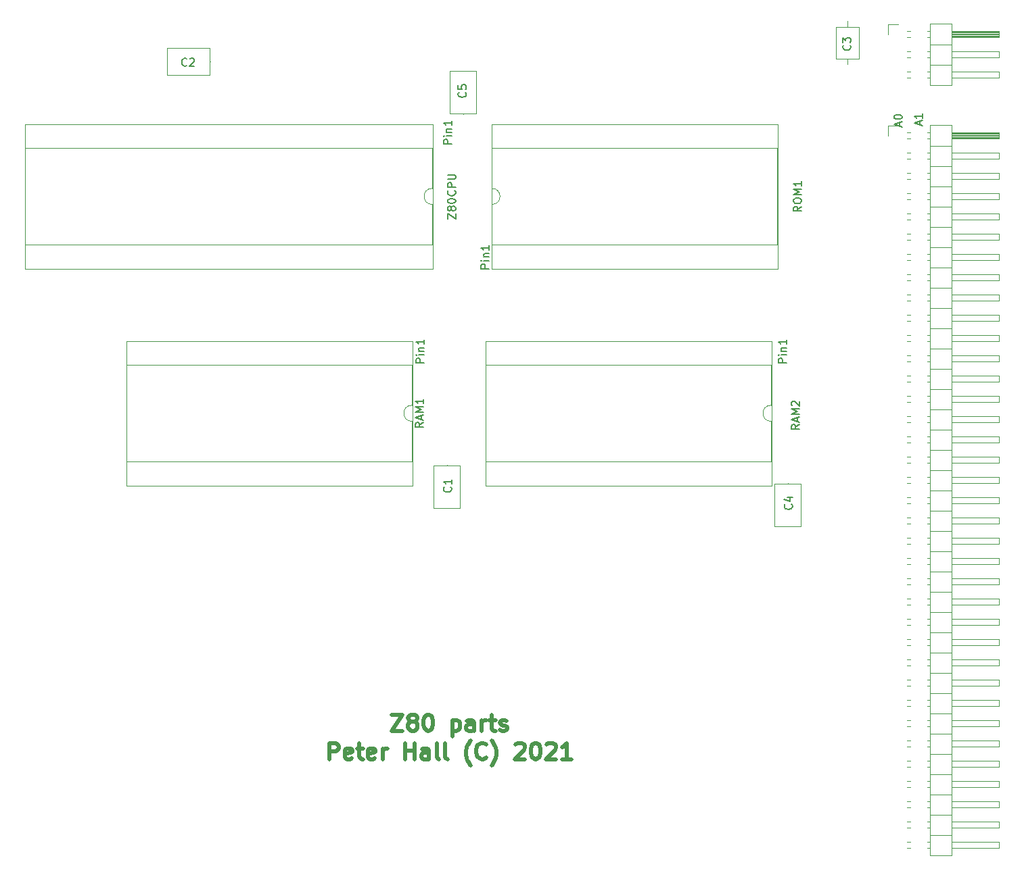
<source format=gbr>
G04 #@! TF.GenerationSoftware,KiCad,Pcbnew,(5.1.8)-1*
G04 #@! TF.CreationDate,2021-01-08T15:23:10-05:00*
G04 #@! TF.ProjectId,z80computer,7a383063-6f6d-4707-9574-65722e6b6963,rev?*
G04 #@! TF.SameCoordinates,Original*
G04 #@! TF.FileFunction,Legend,Top*
G04 #@! TF.FilePolarity,Positive*
%FSLAX46Y46*%
G04 Gerber Fmt 4.6, Leading zero omitted, Abs format (unit mm)*
G04 Created by KiCad (PCBNEW (5.1.8)-1) date 2021-01-08 15:23:10*
%MOMM*%
%LPD*%
G01*
G04 APERTURE LIST*
%ADD10C,0.150000*%
%ADD11C,0.508000*%
%ADD12C,0.120000*%
G04 APERTURE END LIST*
D10*
X236640666Y-38433285D02*
X236640666Y-37957095D01*
X236926380Y-38528523D02*
X235926380Y-38195190D01*
X236926380Y-37861857D01*
X236926380Y-37004714D02*
X236926380Y-37576142D01*
X236926380Y-37290428D02*
X235926380Y-37290428D01*
X236069238Y-37385666D01*
X236164476Y-37480904D01*
X236212095Y-37576142D01*
X234100666Y-38560285D02*
X234100666Y-38084095D01*
X234386380Y-38655523D02*
X233386380Y-38322190D01*
X234386380Y-37988857D01*
X233386380Y-37465047D02*
X233386380Y-37369809D01*
X233434000Y-37274571D01*
X233481619Y-37226952D01*
X233576857Y-37179333D01*
X233767333Y-37131714D01*
X234005428Y-37131714D01*
X234195904Y-37179333D01*
X234291142Y-37226952D01*
X234338761Y-37274571D01*
X234386380Y-37369809D01*
X234386380Y-37465047D01*
X234338761Y-37560285D01*
X234291142Y-37607904D01*
X234195904Y-37655523D01*
X234005428Y-37703142D01*
X233767333Y-37703142D01*
X233576857Y-37655523D01*
X233481619Y-37607904D01*
X233434000Y-37560285D01*
X233386380Y-37465047D01*
X174569380Y-68230571D02*
X173569380Y-68230571D01*
X173569380Y-67849619D01*
X173617000Y-67754380D01*
X173664619Y-67706761D01*
X173759857Y-67659142D01*
X173902714Y-67659142D01*
X173997952Y-67706761D01*
X174045571Y-67754380D01*
X174093190Y-67849619D01*
X174093190Y-68230571D01*
X174569380Y-67230571D02*
X173902714Y-67230571D01*
X173569380Y-67230571D02*
X173617000Y-67278190D01*
X173664619Y-67230571D01*
X173617000Y-67182952D01*
X173569380Y-67230571D01*
X173664619Y-67230571D01*
X173902714Y-66754380D02*
X174569380Y-66754380D01*
X173997952Y-66754380D02*
X173950333Y-66706761D01*
X173902714Y-66611523D01*
X173902714Y-66468666D01*
X173950333Y-66373428D01*
X174045571Y-66325809D01*
X174569380Y-66325809D01*
X174569380Y-65325809D02*
X174569380Y-65897238D01*
X174569380Y-65611523D02*
X173569380Y-65611523D01*
X173712238Y-65706761D01*
X173807476Y-65802000D01*
X173855095Y-65897238D01*
X219908380Y-68230571D02*
X218908380Y-68230571D01*
X218908380Y-67849619D01*
X218956000Y-67754380D01*
X219003619Y-67706761D01*
X219098857Y-67659142D01*
X219241714Y-67659142D01*
X219336952Y-67706761D01*
X219384571Y-67754380D01*
X219432190Y-67849619D01*
X219432190Y-68230571D01*
X219908380Y-67230571D02*
X219241714Y-67230571D01*
X218908380Y-67230571D02*
X218956000Y-67278190D01*
X219003619Y-67230571D01*
X218956000Y-67182952D01*
X218908380Y-67230571D01*
X219003619Y-67230571D01*
X219241714Y-66754380D02*
X219908380Y-66754380D01*
X219336952Y-66754380D02*
X219289333Y-66706761D01*
X219241714Y-66611523D01*
X219241714Y-66468666D01*
X219289333Y-66373428D01*
X219384571Y-66325809D01*
X219908380Y-66325809D01*
X219908380Y-65325809D02*
X219908380Y-65897238D01*
X219908380Y-65611523D02*
X218908380Y-65611523D01*
X219051238Y-65706761D01*
X219146476Y-65802000D01*
X219194095Y-65897238D01*
X182697380Y-56419571D02*
X181697380Y-56419571D01*
X181697380Y-56038619D01*
X181745000Y-55943380D01*
X181792619Y-55895761D01*
X181887857Y-55848142D01*
X182030714Y-55848142D01*
X182125952Y-55895761D01*
X182173571Y-55943380D01*
X182221190Y-56038619D01*
X182221190Y-56419571D01*
X182697380Y-55419571D02*
X182030714Y-55419571D01*
X181697380Y-55419571D02*
X181745000Y-55467190D01*
X181792619Y-55419571D01*
X181745000Y-55371952D01*
X181697380Y-55419571D01*
X181792619Y-55419571D01*
X182030714Y-54943380D02*
X182697380Y-54943380D01*
X182125952Y-54943380D02*
X182078333Y-54895761D01*
X182030714Y-54800523D01*
X182030714Y-54657666D01*
X182078333Y-54562428D01*
X182173571Y-54514809D01*
X182697380Y-54514809D01*
X182697380Y-53514809D02*
X182697380Y-54086238D01*
X182697380Y-53800523D02*
X181697380Y-53800523D01*
X181840238Y-53895761D01*
X181935476Y-53991000D01*
X181983095Y-54086238D01*
X177998380Y-40798571D02*
X176998380Y-40798571D01*
X176998380Y-40417619D01*
X177046000Y-40322380D01*
X177093619Y-40274761D01*
X177188857Y-40227142D01*
X177331714Y-40227142D01*
X177426952Y-40274761D01*
X177474571Y-40322380D01*
X177522190Y-40417619D01*
X177522190Y-40798571D01*
X177998380Y-39798571D02*
X177331714Y-39798571D01*
X176998380Y-39798571D02*
X177046000Y-39846190D01*
X177093619Y-39798571D01*
X177046000Y-39750952D01*
X176998380Y-39798571D01*
X177093619Y-39798571D01*
X177331714Y-39322380D02*
X177998380Y-39322380D01*
X177426952Y-39322380D02*
X177379333Y-39274761D01*
X177331714Y-39179523D01*
X177331714Y-39036666D01*
X177379333Y-38941428D01*
X177474571Y-38893809D01*
X177998380Y-38893809D01*
X177998380Y-37893809D02*
X177998380Y-38465238D01*
X177998380Y-38179523D02*
X176998380Y-38179523D01*
X177141238Y-38274761D01*
X177236476Y-38370000D01*
X177284095Y-38465238D01*
D11*
X170542857Y-112298238D02*
X171897523Y-112298238D01*
X170542857Y-114330238D01*
X171897523Y-114330238D01*
X172961904Y-113169095D02*
X172768380Y-113072333D01*
X172671619Y-112975571D01*
X172574857Y-112782047D01*
X172574857Y-112685285D01*
X172671619Y-112491761D01*
X172768380Y-112395000D01*
X172961904Y-112298238D01*
X173348952Y-112298238D01*
X173542476Y-112395000D01*
X173639238Y-112491761D01*
X173736000Y-112685285D01*
X173736000Y-112782047D01*
X173639238Y-112975571D01*
X173542476Y-113072333D01*
X173348952Y-113169095D01*
X172961904Y-113169095D01*
X172768380Y-113265857D01*
X172671619Y-113362619D01*
X172574857Y-113556142D01*
X172574857Y-113943190D01*
X172671619Y-114136714D01*
X172768380Y-114233476D01*
X172961904Y-114330238D01*
X173348952Y-114330238D01*
X173542476Y-114233476D01*
X173639238Y-114136714D01*
X173736000Y-113943190D01*
X173736000Y-113556142D01*
X173639238Y-113362619D01*
X173542476Y-113265857D01*
X173348952Y-113169095D01*
X174993904Y-112298238D02*
X175187428Y-112298238D01*
X175380952Y-112395000D01*
X175477714Y-112491761D01*
X175574476Y-112685285D01*
X175671238Y-113072333D01*
X175671238Y-113556142D01*
X175574476Y-113943190D01*
X175477714Y-114136714D01*
X175380952Y-114233476D01*
X175187428Y-114330238D01*
X174993904Y-114330238D01*
X174800380Y-114233476D01*
X174703619Y-114136714D01*
X174606857Y-113943190D01*
X174510095Y-113556142D01*
X174510095Y-113072333D01*
X174606857Y-112685285D01*
X174703619Y-112491761D01*
X174800380Y-112395000D01*
X174993904Y-112298238D01*
X178090285Y-112975571D02*
X178090285Y-115007571D01*
X178090285Y-113072333D02*
X178283809Y-112975571D01*
X178670857Y-112975571D01*
X178864380Y-113072333D01*
X178961142Y-113169095D01*
X179057904Y-113362619D01*
X179057904Y-113943190D01*
X178961142Y-114136714D01*
X178864380Y-114233476D01*
X178670857Y-114330238D01*
X178283809Y-114330238D01*
X178090285Y-114233476D01*
X180799619Y-114330238D02*
X180799619Y-113265857D01*
X180702857Y-113072333D01*
X180509333Y-112975571D01*
X180122285Y-112975571D01*
X179928761Y-113072333D01*
X180799619Y-114233476D02*
X180606095Y-114330238D01*
X180122285Y-114330238D01*
X179928761Y-114233476D01*
X179832000Y-114039952D01*
X179832000Y-113846428D01*
X179928761Y-113652904D01*
X180122285Y-113556142D01*
X180606095Y-113556142D01*
X180799619Y-113459380D01*
X181767238Y-114330238D02*
X181767238Y-112975571D01*
X181767238Y-113362619D02*
X181864000Y-113169095D01*
X181960761Y-113072333D01*
X182154285Y-112975571D01*
X182347809Y-112975571D01*
X182734857Y-112975571D02*
X183508952Y-112975571D01*
X183025142Y-112298238D02*
X183025142Y-114039952D01*
X183121904Y-114233476D01*
X183315428Y-114330238D01*
X183508952Y-114330238D01*
X184089523Y-114233476D02*
X184283047Y-114330238D01*
X184670095Y-114330238D01*
X184863619Y-114233476D01*
X184960380Y-114039952D01*
X184960380Y-113943190D01*
X184863619Y-113749666D01*
X184670095Y-113652904D01*
X184379809Y-113652904D01*
X184186285Y-113556142D01*
X184089523Y-113362619D01*
X184089523Y-113265857D01*
X184186285Y-113072333D01*
X184379809Y-112975571D01*
X184670095Y-112975571D01*
X184863619Y-113072333D01*
X162705142Y-117886238D02*
X162705142Y-115854238D01*
X163479238Y-115854238D01*
X163672761Y-115951000D01*
X163769523Y-116047761D01*
X163866285Y-116241285D01*
X163866285Y-116531571D01*
X163769523Y-116725095D01*
X163672761Y-116821857D01*
X163479238Y-116918619D01*
X162705142Y-116918619D01*
X165511238Y-117789476D02*
X165317714Y-117886238D01*
X164930666Y-117886238D01*
X164737142Y-117789476D01*
X164640380Y-117595952D01*
X164640380Y-116821857D01*
X164737142Y-116628333D01*
X164930666Y-116531571D01*
X165317714Y-116531571D01*
X165511238Y-116628333D01*
X165608000Y-116821857D01*
X165608000Y-117015380D01*
X164640380Y-117208904D01*
X166188571Y-116531571D02*
X166962666Y-116531571D01*
X166478857Y-115854238D02*
X166478857Y-117595952D01*
X166575619Y-117789476D01*
X166769142Y-117886238D01*
X166962666Y-117886238D01*
X168414095Y-117789476D02*
X168220571Y-117886238D01*
X167833523Y-117886238D01*
X167640000Y-117789476D01*
X167543238Y-117595952D01*
X167543238Y-116821857D01*
X167640000Y-116628333D01*
X167833523Y-116531571D01*
X168220571Y-116531571D01*
X168414095Y-116628333D01*
X168510857Y-116821857D01*
X168510857Y-117015380D01*
X167543238Y-117208904D01*
X169381714Y-117886238D02*
X169381714Y-116531571D01*
X169381714Y-116918619D02*
X169478476Y-116725095D01*
X169575238Y-116628333D01*
X169768761Y-116531571D01*
X169962285Y-116531571D01*
X172187809Y-117886238D02*
X172187809Y-115854238D01*
X172187809Y-116821857D02*
X173348952Y-116821857D01*
X173348952Y-117886238D02*
X173348952Y-115854238D01*
X175187428Y-117886238D02*
X175187428Y-116821857D01*
X175090666Y-116628333D01*
X174897142Y-116531571D01*
X174510095Y-116531571D01*
X174316571Y-116628333D01*
X175187428Y-117789476D02*
X174993904Y-117886238D01*
X174510095Y-117886238D01*
X174316571Y-117789476D01*
X174219809Y-117595952D01*
X174219809Y-117402428D01*
X174316571Y-117208904D01*
X174510095Y-117112142D01*
X174993904Y-117112142D01*
X175187428Y-117015380D01*
X176445333Y-117886238D02*
X176251809Y-117789476D01*
X176155047Y-117595952D01*
X176155047Y-115854238D01*
X177509714Y-117886238D02*
X177316190Y-117789476D01*
X177219428Y-117595952D01*
X177219428Y-115854238D01*
X180412571Y-118660333D02*
X180315809Y-118563571D01*
X180122285Y-118273285D01*
X180025523Y-118079761D01*
X179928761Y-117789476D01*
X179832000Y-117305666D01*
X179832000Y-116918619D01*
X179928761Y-116434809D01*
X180025523Y-116144523D01*
X180122285Y-115951000D01*
X180315809Y-115660714D01*
X180412571Y-115563952D01*
X182347809Y-117692714D02*
X182251047Y-117789476D01*
X181960761Y-117886238D01*
X181767238Y-117886238D01*
X181476952Y-117789476D01*
X181283428Y-117595952D01*
X181186666Y-117402428D01*
X181089904Y-117015380D01*
X181089904Y-116725095D01*
X181186666Y-116338047D01*
X181283428Y-116144523D01*
X181476952Y-115951000D01*
X181767238Y-115854238D01*
X181960761Y-115854238D01*
X182251047Y-115951000D01*
X182347809Y-116047761D01*
X183025142Y-118660333D02*
X183121904Y-118563571D01*
X183315428Y-118273285D01*
X183412190Y-118079761D01*
X183508952Y-117789476D01*
X183605714Y-117305666D01*
X183605714Y-116918619D01*
X183508952Y-116434809D01*
X183412190Y-116144523D01*
X183315428Y-115951000D01*
X183121904Y-115660714D01*
X183025142Y-115563952D01*
X186024761Y-116047761D02*
X186121523Y-115951000D01*
X186315047Y-115854238D01*
X186798857Y-115854238D01*
X186992380Y-115951000D01*
X187089142Y-116047761D01*
X187185904Y-116241285D01*
X187185904Y-116434809D01*
X187089142Y-116725095D01*
X185928000Y-117886238D01*
X187185904Y-117886238D01*
X188443809Y-115854238D02*
X188637333Y-115854238D01*
X188830857Y-115951000D01*
X188927619Y-116047761D01*
X189024380Y-116241285D01*
X189121142Y-116628333D01*
X189121142Y-117112142D01*
X189024380Y-117499190D01*
X188927619Y-117692714D01*
X188830857Y-117789476D01*
X188637333Y-117886238D01*
X188443809Y-117886238D01*
X188250285Y-117789476D01*
X188153523Y-117692714D01*
X188056761Y-117499190D01*
X187960000Y-117112142D01*
X187960000Y-116628333D01*
X188056761Y-116241285D01*
X188153523Y-116047761D01*
X188250285Y-115951000D01*
X188443809Y-115854238D01*
X189895238Y-116047761D02*
X189992000Y-115951000D01*
X190185523Y-115854238D01*
X190669333Y-115854238D01*
X190862857Y-115951000D01*
X190959619Y-116047761D01*
X191056380Y-116241285D01*
X191056380Y-116434809D01*
X190959619Y-116725095D01*
X189798476Y-117886238D01*
X191056380Y-117886238D01*
X192991619Y-117886238D02*
X191830476Y-117886238D01*
X192411047Y-117886238D02*
X192411047Y-115854238D01*
X192217523Y-116144523D01*
X192024000Y-116338047D01*
X191830476Y-116434809D01*
D12*
G04 #@! TO.C,C5*
X179451000Y-31640000D02*
X179451000Y-31680000D01*
X179451000Y-37060000D02*
X179451000Y-37020000D01*
X177781000Y-31680000D02*
X177781000Y-37020000D01*
X181121000Y-31680000D02*
X177781000Y-31680000D01*
X181121000Y-37020000D02*
X181121000Y-31680000D01*
X177781000Y-37020000D02*
X181121000Y-37020000D01*
G04 #@! TO.C,C4*
X220091000Y-88756000D02*
X220091000Y-88716000D01*
X220091000Y-83336000D02*
X220091000Y-83376000D01*
X221761000Y-88716000D02*
X221761000Y-83376000D01*
X218421000Y-88716000D02*
X221761000Y-88716000D01*
X218421000Y-83376000D02*
X218421000Y-88716000D01*
X221761000Y-83376000D02*
X218421000Y-83376000D01*
G04 #@! TO.C,C3*
X227584000Y-25417000D02*
X227584000Y-26107000D01*
X227584000Y-30837000D02*
X227584000Y-30147000D01*
X226164000Y-26107000D02*
X226164000Y-30147000D01*
X229004000Y-26107000D02*
X226164000Y-26107000D01*
X229004000Y-30147000D02*
X229004000Y-26107000D01*
X226164000Y-30147000D02*
X229004000Y-30147000D01*
G04 #@! TO.C,C2*
X142384000Y-30480000D02*
X142424000Y-30480000D01*
X147804000Y-30480000D02*
X147764000Y-30480000D01*
X142424000Y-32150000D02*
X147764000Y-32150000D01*
X142424000Y-28810000D02*
X142424000Y-32150000D01*
X147764000Y-28810000D02*
X142424000Y-28810000D01*
X147764000Y-32150000D02*
X147764000Y-28810000D01*
G04 #@! TO.C,C1*
X177419000Y-86470000D02*
X177419000Y-86430000D01*
X177419000Y-81050000D02*
X177419000Y-81090000D01*
X179089000Y-86430000D02*
X179089000Y-81090000D01*
X175749000Y-86430000D02*
X179089000Y-86430000D01*
X175749000Y-81090000D02*
X175749000Y-86430000D01*
X179089000Y-81090000D02*
X175749000Y-81090000D01*
G04 #@! TO.C,J2*
X232664000Y-25781000D02*
X233934000Y-25781000D01*
X232664000Y-27051000D02*
X232664000Y-25781000D01*
X234976929Y-32511000D02*
X235431071Y-32511000D01*
X234976929Y-31751000D02*
X235431071Y-31751000D01*
X237516929Y-32511000D02*
X237914000Y-32511000D01*
X237516929Y-31751000D02*
X237914000Y-31751000D01*
X246574000Y-32511000D02*
X240574000Y-32511000D01*
X246574000Y-31751000D02*
X246574000Y-32511000D01*
X240574000Y-31751000D02*
X246574000Y-31751000D01*
X237914000Y-30861000D02*
X240574000Y-30861000D01*
X234976929Y-29971000D02*
X235431071Y-29971000D01*
X234976929Y-29211000D02*
X235431071Y-29211000D01*
X237516929Y-29971000D02*
X237914000Y-29971000D01*
X237516929Y-29211000D02*
X237914000Y-29211000D01*
X246574000Y-29971000D02*
X240574000Y-29971000D01*
X246574000Y-29211000D02*
X246574000Y-29971000D01*
X240574000Y-29211000D02*
X246574000Y-29211000D01*
X237914000Y-28321000D02*
X240574000Y-28321000D01*
X235044000Y-27431000D02*
X235431071Y-27431000D01*
X235044000Y-26671000D02*
X235431071Y-26671000D01*
X237516929Y-27431000D02*
X237914000Y-27431000D01*
X237516929Y-26671000D02*
X237914000Y-26671000D01*
X240574000Y-27331000D02*
X246574000Y-27331000D01*
X240574000Y-27211000D02*
X246574000Y-27211000D01*
X240574000Y-27091000D02*
X246574000Y-27091000D01*
X240574000Y-26971000D02*
X246574000Y-26971000D01*
X240574000Y-26851000D02*
X246574000Y-26851000D01*
X240574000Y-26731000D02*
X246574000Y-26731000D01*
X246574000Y-27431000D02*
X240574000Y-27431000D01*
X246574000Y-26671000D02*
X246574000Y-27431000D01*
X240574000Y-26671000D02*
X246574000Y-26671000D01*
X240574000Y-25721000D02*
X237914000Y-25721000D01*
X240574000Y-33461000D02*
X240574000Y-25721000D01*
X237914000Y-33461000D02*
X240574000Y-33461000D01*
X237914000Y-25721000D02*
X237914000Y-33461000D01*
G04 #@! TO.C,J1*
X232664000Y-38481000D02*
X233934000Y-38481000D01*
X232664000Y-39751000D02*
X232664000Y-38481000D01*
X234976929Y-129031000D02*
X235431071Y-129031000D01*
X234976929Y-128271000D02*
X235431071Y-128271000D01*
X237516929Y-129031000D02*
X237914000Y-129031000D01*
X237516929Y-128271000D02*
X237914000Y-128271000D01*
X246574000Y-129031000D02*
X240574000Y-129031000D01*
X246574000Y-128271000D02*
X246574000Y-129031000D01*
X240574000Y-128271000D02*
X246574000Y-128271000D01*
X237914000Y-127381000D02*
X240574000Y-127381000D01*
X234976929Y-126491000D02*
X235431071Y-126491000D01*
X234976929Y-125731000D02*
X235431071Y-125731000D01*
X237516929Y-126491000D02*
X237914000Y-126491000D01*
X237516929Y-125731000D02*
X237914000Y-125731000D01*
X246574000Y-126491000D02*
X240574000Y-126491000D01*
X246574000Y-125731000D02*
X246574000Y-126491000D01*
X240574000Y-125731000D02*
X246574000Y-125731000D01*
X237914000Y-124841000D02*
X240574000Y-124841000D01*
X234976929Y-123951000D02*
X235431071Y-123951000D01*
X234976929Y-123191000D02*
X235431071Y-123191000D01*
X237516929Y-123951000D02*
X237914000Y-123951000D01*
X237516929Y-123191000D02*
X237914000Y-123191000D01*
X246574000Y-123951000D02*
X240574000Y-123951000D01*
X246574000Y-123191000D02*
X246574000Y-123951000D01*
X240574000Y-123191000D02*
X246574000Y-123191000D01*
X237914000Y-122301000D02*
X240574000Y-122301000D01*
X234976929Y-121411000D02*
X235431071Y-121411000D01*
X234976929Y-120651000D02*
X235431071Y-120651000D01*
X237516929Y-121411000D02*
X237914000Y-121411000D01*
X237516929Y-120651000D02*
X237914000Y-120651000D01*
X246574000Y-121411000D02*
X240574000Y-121411000D01*
X246574000Y-120651000D02*
X246574000Y-121411000D01*
X240574000Y-120651000D02*
X246574000Y-120651000D01*
X237914000Y-119761000D02*
X240574000Y-119761000D01*
X234976929Y-118871000D02*
X235431071Y-118871000D01*
X234976929Y-118111000D02*
X235431071Y-118111000D01*
X237516929Y-118871000D02*
X237914000Y-118871000D01*
X237516929Y-118111000D02*
X237914000Y-118111000D01*
X246574000Y-118871000D02*
X240574000Y-118871000D01*
X246574000Y-118111000D02*
X246574000Y-118871000D01*
X240574000Y-118111000D02*
X246574000Y-118111000D01*
X237914000Y-117221000D02*
X240574000Y-117221000D01*
X234976929Y-116331000D02*
X235431071Y-116331000D01*
X234976929Y-115571000D02*
X235431071Y-115571000D01*
X237516929Y-116331000D02*
X237914000Y-116331000D01*
X237516929Y-115571000D02*
X237914000Y-115571000D01*
X246574000Y-116331000D02*
X240574000Y-116331000D01*
X246574000Y-115571000D02*
X246574000Y-116331000D01*
X240574000Y-115571000D02*
X246574000Y-115571000D01*
X237914000Y-114681000D02*
X240574000Y-114681000D01*
X234976929Y-113791000D02*
X235431071Y-113791000D01*
X234976929Y-113031000D02*
X235431071Y-113031000D01*
X237516929Y-113791000D02*
X237914000Y-113791000D01*
X237516929Y-113031000D02*
X237914000Y-113031000D01*
X246574000Y-113791000D02*
X240574000Y-113791000D01*
X246574000Y-113031000D02*
X246574000Y-113791000D01*
X240574000Y-113031000D02*
X246574000Y-113031000D01*
X237914000Y-112141000D02*
X240574000Y-112141000D01*
X234976929Y-111251000D02*
X235431071Y-111251000D01*
X234976929Y-110491000D02*
X235431071Y-110491000D01*
X237516929Y-111251000D02*
X237914000Y-111251000D01*
X237516929Y-110491000D02*
X237914000Y-110491000D01*
X246574000Y-111251000D02*
X240574000Y-111251000D01*
X246574000Y-110491000D02*
X246574000Y-111251000D01*
X240574000Y-110491000D02*
X246574000Y-110491000D01*
X237914000Y-109601000D02*
X240574000Y-109601000D01*
X234976929Y-108711000D02*
X235431071Y-108711000D01*
X234976929Y-107951000D02*
X235431071Y-107951000D01*
X237516929Y-108711000D02*
X237914000Y-108711000D01*
X237516929Y-107951000D02*
X237914000Y-107951000D01*
X246574000Y-108711000D02*
X240574000Y-108711000D01*
X246574000Y-107951000D02*
X246574000Y-108711000D01*
X240574000Y-107951000D02*
X246574000Y-107951000D01*
X237914000Y-107061000D02*
X240574000Y-107061000D01*
X234976929Y-106171000D02*
X235431071Y-106171000D01*
X234976929Y-105411000D02*
X235431071Y-105411000D01*
X237516929Y-106171000D02*
X237914000Y-106171000D01*
X237516929Y-105411000D02*
X237914000Y-105411000D01*
X246574000Y-106171000D02*
X240574000Y-106171000D01*
X246574000Y-105411000D02*
X246574000Y-106171000D01*
X240574000Y-105411000D02*
X246574000Y-105411000D01*
X237914000Y-104521000D02*
X240574000Y-104521000D01*
X234976929Y-103631000D02*
X235431071Y-103631000D01*
X234976929Y-102871000D02*
X235431071Y-102871000D01*
X237516929Y-103631000D02*
X237914000Y-103631000D01*
X237516929Y-102871000D02*
X237914000Y-102871000D01*
X246574000Y-103631000D02*
X240574000Y-103631000D01*
X246574000Y-102871000D02*
X246574000Y-103631000D01*
X240574000Y-102871000D02*
X246574000Y-102871000D01*
X237914000Y-101981000D02*
X240574000Y-101981000D01*
X234976929Y-101091000D02*
X235431071Y-101091000D01*
X234976929Y-100331000D02*
X235431071Y-100331000D01*
X237516929Y-101091000D02*
X237914000Y-101091000D01*
X237516929Y-100331000D02*
X237914000Y-100331000D01*
X246574000Y-101091000D02*
X240574000Y-101091000D01*
X246574000Y-100331000D02*
X246574000Y-101091000D01*
X240574000Y-100331000D02*
X246574000Y-100331000D01*
X237914000Y-99441000D02*
X240574000Y-99441000D01*
X234976929Y-98551000D02*
X235431071Y-98551000D01*
X234976929Y-97791000D02*
X235431071Y-97791000D01*
X237516929Y-98551000D02*
X237914000Y-98551000D01*
X237516929Y-97791000D02*
X237914000Y-97791000D01*
X246574000Y-98551000D02*
X240574000Y-98551000D01*
X246574000Y-97791000D02*
X246574000Y-98551000D01*
X240574000Y-97791000D02*
X246574000Y-97791000D01*
X237914000Y-96901000D02*
X240574000Y-96901000D01*
X234976929Y-96011000D02*
X235431071Y-96011000D01*
X234976929Y-95251000D02*
X235431071Y-95251000D01*
X237516929Y-96011000D02*
X237914000Y-96011000D01*
X237516929Y-95251000D02*
X237914000Y-95251000D01*
X246574000Y-96011000D02*
X240574000Y-96011000D01*
X246574000Y-95251000D02*
X246574000Y-96011000D01*
X240574000Y-95251000D02*
X246574000Y-95251000D01*
X237914000Y-94361000D02*
X240574000Y-94361000D01*
X234976929Y-93471000D02*
X235431071Y-93471000D01*
X234976929Y-92711000D02*
X235431071Y-92711000D01*
X237516929Y-93471000D02*
X237914000Y-93471000D01*
X237516929Y-92711000D02*
X237914000Y-92711000D01*
X246574000Y-93471000D02*
X240574000Y-93471000D01*
X246574000Y-92711000D02*
X246574000Y-93471000D01*
X240574000Y-92711000D02*
X246574000Y-92711000D01*
X237914000Y-91821000D02*
X240574000Y-91821000D01*
X234976929Y-90931000D02*
X235431071Y-90931000D01*
X234976929Y-90171000D02*
X235431071Y-90171000D01*
X237516929Y-90931000D02*
X237914000Y-90931000D01*
X237516929Y-90171000D02*
X237914000Y-90171000D01*
X246574000Y-90931000D02*
X240574000Y-90931000D01*
X246574000Y-90171000D02*
X246574000Y-90931000D01*
X240574000Y-90171000D02*
X246574000Y-90171000D01*
X237914000Y-89281000D02*
X240574000Y-89281000D01*
X234976929Y-88391000D02*
X235431071Y-88391000D01*
X234976929Y-87631000D02*
X235431071Y-87631000D01*
X237516929Y-88391000D02*
X237914000Y-88391000D01*
X237516929Y-87631000D02*
X237914000Y-87631000D01*
X246574000Y-88391000D02*
X240574000Y-88391000D01*
X246574000Y-87631000D02*
X246574000Y-88391000D01*
X240574000Y-87631000D02*
X246574000Y-87631000D01*
X237914000Y-86741000D02*
X240574000Y-86741000D01*
X234976929Y-85851000D02*
X235431071Y-85851000D01*
X234976929Y-85091000D02*
X235431071Y-85091000D01*
X237516929Y-85851000D02*
X237914000Y-85851000D01*
X237516929Y-85091000D02*
X237914000Y-85091000D01*
X246574000Y-85851000D02*
X240574000Y-85851000D01*
X246574000Y-85091000D02*
X246574000Y-85851000D01*
X240574000Y-85091000D02*
X246574000Y-85091000D01*
X237914000Y-84201000D02*
X240574000Y-84201000D01*
X234976929Y-83311000D02*
X235431071Y-83311000D01*
X234976929Y-82551000D02*
X235431071Y-82551000D01*
X237516929Y-83311000D02*
X237914000Y-83311000D01*
X237516929Y-82551000D02*
X237914000Y-82551000D01*
X246574000Y-83311000D02*
X240574000Y-83311000D01*
X246574000Y-82551000D02*
X246574000Y-83311000D01*
X240574000Y-82551000D02*
X246574000Y-82551000D01*
X237914000Y-81661000D02*
X240574000Y-81661000D01*
X234976929Y-80771000D02*
X235431071Y-80771000D01*
X234976929Y-80011000D02*
X235431071Y-80011000D01*
X237516929Y-80771000D02*
X237914000Y-80771000D01*
X237516929Y-80011000D02*
X237914000Y-80011000D01*
X246574000Y-80771000D02*
X240574000Y-80771000D01*
X246574000Y-80011000D02*
X246574000Y-80771000D01*
X240574000Y-80011000D02*
X246574000Y-80011000D01*
X237914000Y-79121000D02*
X240574000Y-79121000D01*
X234976929Y-78231000D02*
X235431071Y-78231000D01*
X234976929Y-77471000D02*
X235431071Y-77471000D01*
X237516929Y-78231000D02*
X237914000Y-78231000D01*
X237516929Y-77471000D02*
X237914000Y-77471000D01*
X246574000Y-78231000D02*
X240574000Y-78231000D01*
X246574000Y-77471000D02*
X246574000Y-78231000D01*
X240574000Y-77471000D02*
X246574000Y-77471000D01*
X237914000Y-76581000D02*
X240574000Y-76581000D01*
X234976929Y-75691000D02*
X235431071Y-75691000D01*
X234976929Y-74931000D02*
X235431071Y-74931000D01*
X237516929Y-75691000D02*
X237914000Y-75691000D01*
X237516929Y-74931000D02*
X237914000Y-74931000D01*
X246574000Y-75691000D02*
X240574000Y-75691000D01*
X246574000Y-74931000D02*
X246574000Y-75691000D01*
X240574000Y-74931000D02*
X246574000Y-74931000D01*
X237914000Y-74041000D02*
X240574000Y-74041000D01*
X234976929Y-73151000D02*
X235431071Y-73151000D01*
X234976929Y-72391000D02*
X235431071Y-72391000D01*
X237516929Y-73151000D02*
X237914000Y-73151000D01*
X237516929Y-72391000D02*
X237914000Y-72391000D01*
X246574000Y-73151000D02*
X240574000Y-73151000D01*
X246574000Y-72391000D02*
X246574000Y-73151000D01*
X240574000Y-72391000D02*
X246574000Y-72391000D01*
X237914000Y-71501000D02*
X240574000Y-71501000D01*
X234976929Y-70611000D02*
X235431071Y-70611000D01*
X234976929Y-69851000D02*
X235431071Y-69851000D01*
X237516929Y-70611000D02*
X237914000Y-70611000D01*
X237516929Y-69851000D02*
X237914000Y-69851000D01*
X246574000Y-70611000D02*
X240574000Y-70611000D01*
X246574000Y-69851000D02*
X246574000Y-70611000D01*
X240574000Y-69851000D02*
X246574000Y-69851000D01*
X237914000Y-68961000D02*
X240574000Y-68961000D01*
X234976929Y-68071000D02*
X235431071Y-68071000D01*
X234976929Y-67311000D02*
X235431071Y-67311000D01*
X237516929Y-68071000D02*
X237914000Y-68071000D01*
X237516929Y-67311000D02*
X237914000Y-67311000D01*
X246574000Y-68071000D02*
X240574000Y-68071000D01*
X246574000Y-67311000D02*
X246574000Y-68071000D01*
X240574000Y-67311000D02*
X246574000Y-67311000D01*
X237914000Y-66421000D02*
X240574000Y-66421000D01*
X234976929Y-65531000D02*
X235431071Y-65531000D01*
X234976929Y-64771000D02*
X235431071Y-64771000D01*
X237516929Y-65531000D02*
X237914000Y-65531000D01*
X237516929Y-64771000D02*
X237914000Y-64771000D01*
X246574000Y-65531000D02*
X240574000Y-65531000D01*
X246574000Y-64771000D02*
X246574000Y-65531000D01*
X240574000Y-64771000D02*
X246574000Y-64771000D01*
X237914000Y-63881000D02*
X240574000Y-63881000D01*
X234976929Y-62991000D02*
X235431071Y-62991000D01*
X234976929Y-62231000D02*
X235431071Y-62231000D01*
X237516929Y-62991000D02*
X237914000Y-62991000D01*
X237516929Y-62231000D02*
X237914000Y-62231000D01*
X246574000Y-62991000D02*
X240574000Y-62991000D01*
X246574000Y-62231000D02*
X246574000Y-62991000D01*
X240574000Y-62231000D02*
X246574000Y-62231000D01*
X237914000Y-61341000D02*
X240574000Y-61341000D01*
X234976929Y-60451000D02*
X235431071Y-60451000D01*
X234976929Y-59691000D02*
X235431071Y-59691000D01*
X237516929Y-60451000D02*
X237914000Y-60451000D01*
X237516929Y-59691000D02*
X237914000Y-59691000D01*
X246574000Y-60451000D02*
X240574000Y-60451000D01*
X246574000Y-59691000D02*
X246574000Y-60451000D01*
X240574000Y-59691000D02*
X246574000Y-59691000D01*
X237914000Y-58801000D02*
X240574000Y-58801000D01*
X234976929Y-57911000D02*
X235431071Y-57911000D01*
X234976929Y-57151000D02*
X235431071Y-57151000D01*
X237516929Y-57911000D02*
X237914000Y-57911000D01*
X237516929Y-57151000D02*
X237914000Y-57151000D01*
X246574000Y-57911000D02*
X240574000Y-57911000D01*
X246574000Y-57151000D02*
X246574000Y-57911000D01*
X240574000Y-57151000D02*
X246574000Y-57151000D01*
X237914000Y-56261000D02*
X240574000Y-56261000D01*
X234976929Y-55371000D02*
X235431071Y-55371000D01*
X234976929Y-54611000D02*
X235431071Y-54611000D01*
X237516929Y-55371000D02*
X237914000Y-55371000D01*
X237516929Y-54611000D02*
X237914000Y-54611000D01*
X246574000Y-55371000D02*
X240574000Y-55371000D01*
X246574000Y-54611000D02*
X246574000Y-55371000D01*
X240574000Y-54611000D02*
X246574000Y-54611000D01*
X237914000Y-53721000D02*
X240574000Y-53721000D01*
X234976929Y-52831000D02*
X235431071Y-52831000D01*
X234976929Y-52071000D02*
X235431071Y-52071000D01*
X237516929Y-52831000D02*
X237914000Y-52831000D01*
X237516929Y-52071000D02*
X237914000Y-52071000D01*
X246574000Y-52831000D02*
X240574000Y-52831000D01*
X246574000Y-52071000D02*
X246574000Y-52831000D01*
X240574000Y-52071000D02*
X246574000Y-52071000D01*
X237914000Y-51181000D02*
X240574000Y-51181000D01*
X234976929Y-50291000D02*
X235431071Y-50291000D01*
X234976929Y-49531000D02*
X235431071Y-49531000D01*
X237516929Y-50291000D02*
X237914000Y-50291000D01*
X237516929Y-49531000D02*
X237914000Y-49531000D01*
X246574000Y-50291000D02*
X240574000Y-50291000D01*
X246574000Y-49531000D02*
X246574000Y-50291000D01*
X240574000Y-49531000D02*
X246574000Y-49531000D01*
X237914000Y-48641000D02*
X240574000Y-48641000D01*
X234976929Y-47751000D02*
X235431071Y-47751000D01*
X234976929Y-46991000D02*
X235431071Y-46991000D01*
X237516929Y-47751000D02*
X237914000Y-47751000D01*
X237516929Y-46991000D02*
X237914000Y-46991000D01*
X246574000Y-47751000D02*
X240574000Y-47751000D01*
X246574000Y-46991000D02*
X246574000Y-47751000D01*
X240574000Y-46991000D02*
X246574000Y-46991000D01*
X237914000Y-46101000D02*
X240574000Y-46101000D01*
X234976929Y-45211000D02*
X235431071Y-45211000D01*
X234976929Y-44451000D02*
X235431071Y-44451000D01*
X237516929Y-45211000D02*
X237914000Y-45211000D01*
X237516929Y-44451000D02*
X237914000Y-44451000D01*
X246574000Y-45211000D02*
X240574000Y-45211000D01*
X246574000Y-44451000D02*
X246574000Y-45211000D01*
X240574000Y-44451000D02*
X246574000Y-44451000D01*
X237914000Y-43561000D02*
X240574000Y-43561000D01*
X234976929Y-42671000D02*
X235431071Y-42671000D01*
X234976929Y-41911000D02*
X235431071Y-41911000D01*
X237516929Y-42671000D02*
X237914000Y-42671000D01*
X237516929Y-41911000D02*
X237914000Y-41911000D01*
X246574000Y-42671000D02*
X240574000Y-42671000D01*
X246574000Y-41911000D02*
X246574000Y-42671000D01*
X240574000Y-41911000D02*
X246574000Y-41911000D01*
X237914000Y-41021000D02*
X240574000Y-41021000D01*
X235044000Y-40131000D02*
X235431071Y-40131000D01*
X235044000Y-39371000D02*
X235431071Y-39371000D01*
X237516929Y-40131000D02*
X237914000Y-40131000D01*
X237516929Y-39371000D02*
X237914000Y-39371000D01*
X240574000Y-40031000D02*
X246574000Y-40031000D01*
X240574000Y-39911000D02*
X246574000Y-39911000D01*
X240574000Y-39791000D02*
X246574000Y-39791000D01*
X240574000Y-39671000D02*
X246574000Y-39671000D01*
X240574000Y-39551000D02*
X246574000Y-39551000D01*
X240574000Y-39431000D02*
X246574000Y-39431000D01*
X246574000Y-40131000D02*
X240574000Y-40131000D01*
X246574000Y-39371000D02*
X246574000Y-40131000D01*
X240574000Y-39371000D02*
X246574000Y-39371000D01*
X240574000Y-38421000D02*
X237914000Y-38421000D01*
X240574000Y-129981000D02*
X240574000Y-38421000D01*
X237914000Y-129981000D02*
X240574000Y-129981000D01*
X237914000Y-38421000D02*
X237914000Y-129981000D01*
G04 #@! TO.C,RAM2*
X218052000Y-83609000D02*
X218052000Y-65489000D01*
X182252000Y-83609000D02*
X218052000Y-83609000D01*
X182252000Y-65489000D02*
X182252000Y-83609000D01*
X218052000Y-65489000D02*
X182252000Y-65489000D01*
X217992000Y-80609000D02*
X217992000Y-75549000D01*
X182312000Y-80609000D02*
X217992000Y-80609000D01*
X182312000Y-68489000D02*
X182312000Y-80609000D01*
X217992000Y-68489000D02*
X182312000Y-68489000D01*
X217992000Y-73549000D02*
X217992000Y-68489000D01*
X217992000Y-75549000D02*
G75*
G02*
X217992000Y-73549000I0J1000000D01*
G01*
G04 #@! TO.C,U4*
X175634000Y-56431000D02*
X175634000Y-38311000D01*
X124594000Y-56431000D02*
X175634000Y-56431000D01*
X124594000Y-38311000D02*
X124594000Y-56431000D01*
X175634000Y-38311000D02*
X124594000Y-38311000D01*
X175574000Y-53431000D02*
X175574000Y-48371000D01*
X124654000Y-53431000D02*
X175574000Y-53431000D01*
X124654000Y-41311000D02*
X124654000Y-53431000D01*
X175574000Y-41311000D02*
X124654000Y-41311000D01*
X175574000Y-46371000D02*
X175574000Y-41311000D01*
X175574000Y-48371000D02*
G75*
G02*
X175574000Y-46371000I0J1000000D01*
G01*
G04 #@! TO.C,ROM1*
X183014000Y-38311000D02*
X183014000Y-56431000D01*
X218814000Y-38311000D02*
X183014000Y-38311000D01*
X218814000Y-56431000D02*
X218814000Y-38311000D01*
X183014000Y-56431000D02*
X218814000Y-56431000D01*
X183074000Y-41311000D02*
X183074000Y-46371000D01*
X218754000Y-41311000D02*
X183074000Y-41311000D01*
X218754000Y-53431000D02*
X218754000Y-41311000D01*
X183074000Y-53431000D02*
X218754000Y-53431000D01*
X183074000Y-48371000D02*
X183074000Y-53431000D01*
X183074000Y-46371000D02*
G75*
G02*
X183074000Y-48371000I0J-1000000D01*
G01*
G04 #@! TO.C,RAM1*
X173094000Y-83609000D02*
X173094000Y-65489000D01*
X137294000Y-83609000D02*
X173094000Y-83609000D01*
X137294000Y-65489000D02*
X137294000Y-83609000D01*
X173094000Y-65489000D02*
X137294000Y-65489000D01*
X173034000Y-80609000D02*
X173034000Y-75549000D01*
X137354000Y-80609000D02*
X173034000Y-80609000D01*
X137354000Y-68489000D02*
X137354000Y-80609000D01*
X173034000Y-68489000D02*
X137354000Y-68489000D01*
X173034000Y-73549000D02*
X173034000Y-68489000D01*
X173034000Y-75549000D02*
G75*
G02*
X173034000Y-73549000I0J1000000D01*
G01*
G04 #@! TO.C,C5*
D10*
X179744642Y-34329666D02*
X179792261Y-34377285D01*
X179839880Y-34520142D01*
X179839880Y-34615380D01*
X179792261Y-34758238D01*
X179697023Y-34853476D01*
X179601785Y-34901095D01*
X179411309Y-34948714D01*
X179268452Y-34948714D01*
X179077976Y-34901095D01*
X178982738Y-34853476D01*
X178887500Y-34758238D01*
X178839880Y-34615380D01*
X178839880Y-34520142D01*
X178887500Y-34377285D01*
X178935119Y-34329666D01*
X178839880Y-33424904D02*
X178839880Y-33901095D01*
X179316071Y-33948714D01*
X179268452Y-33901095D01*
X179220833Y-33805857D01*
X179220833Y-33567761D01*
X179268452Y-33472523D01*
X179316071Y-33424904D01*
X179411309Y-33377285D01*
X179649404Y-33377285D01*
X179744642Y-33424904D01*
X179792261Y-33472523D01*
X179839880Y-33567761D01*
X179839880Y-33805857D01*
X179792261Y-33901095D01*
X179744642Y-33948714D01*
G04 #@! TO.C,C4*
X220575142Y-85955166D02*
X220622761Y-86002785D01*
X220670380Y-86145642D01*
X220670380Y-86240880D01*
X220622761Y-86383738D01*
X220527523Y-86478976D01*
X220432285Y-86526595D01*
X220241809Y-86574214D01*
X220098952Y-86574214D01*
X219908476Y-86526595D01*
X219813238Y-86478976D01*
X219718000Y-86383738D01*
X219670380Y-86240880D01*
X219670380Y-86145642D01*
X219718000Y-86002785D01*
X219765619Y-85955166D01*
X220003714Y-85098023D02*
X220670380Y-85098023D01*
X219622761Y-85336119D02*
X220337047Y-85574214D01*
X220337047Y-84955166D01*
G04 #@! TO.C,C3*
X227877642Y-28424166D02*
X227925261Y-28471785D01*
X227972880Y-28614642D01*
X227972880Y-28709880D01*
X227925261Y-28852738D01*
X227830023Y-28947976D01*
X227734785Y-28995595D01*
X227544309Y-29043214D01*
X227401452Y-29043214D01*
X227210976Y-28995595D01*
X227115738Y-28947976D01*
X227020500Y-28852738D01*
X226972880Y-28709880D01*
X226972880Y-28614642D01*
X227020500Y-28471785D01*
X227068119Y-28424166D01*
X226972880Y-28090833D02*
X226972880Y-27471785D01*
X227353833Y-27805119D01*
X227353833Y-27662261D01*
X227401452Y-27567023D01*
X227449071Y-27519404D01*
X227544309Y-27471785D01*
X227782404Y-27471785D01*
X227877642Y-27519404D01*
X227925261Y-27567023D01*
X227972880Y-27662261D01*
X227972880Y-27947976D01*
X227925261Y-28043214D01*
X227877642Y-28090833D01*
G04 #@! TO.C,C2*
X144867333Y-30964142D02*
X144819714Y-31011761D01*
X144676857Y-31059380D01*
X144581619Y-31059380D01*
X144438761Y-31011761D01*
X144343523Y-30916523D01*
X144295904Y-30821285D01*
X144248285Y-30630809D01*
X144248285Y-30487952D01*
X144295904Y-30297476D01*
X144343523Y-30202238D01*
X144438761Y-30107000D01*
X144581619Y-30059380D01*
X144676857Y-30059380D01*
X144819714Y-30107000D01*
X144867333Y-30154619D01*
X145248285Y-30154619D02*
X145295904Y-30107000D01*
X145391142Y-30059380D01*
X145629238Y-30059380D01*
X145724476Y-30107000D01*
X145772095Y-30154619D01*
X145819714Y-30249857D01*
X145819714Y-30345095D01*
X145772095Y-30487952D01*
X145200666Y-31059380D01*
X145819714Y-31059380D01*
G04 #@! TO.C,C1*
X177903142Y-83796166D02*
X177950761Y-83843785D01*
X177998380Y-83986642D01*
X177998380Y-84081880D01*
X177950761Y-84224738D01*
X177855523Y-84319976D01*
X177760285Y-84367595D01*
X177569809Y-84415214D01*
X177426952Y-84415214D01*
X177236476Y-84367595D01*
X177141238Y-84319976D01*
X177046000Y-84224738D01*
X176998380Y-84081880D01*
X176998380Y-83986642D01*
X177046000Y-83843785D01*
X177093619Y-83796166D01*
X177998380Y-82843785D02*
X177998380Y-83415214D01*
X177998380Y-83129500D02*
X176998380Y-83129500D01*
X177141238Y-83224738D01*
X177236476Y-83319976D01*
X177284095Y-83415214D01*
G04 #@! TO.C,RAM2*
X221559380Y-75969666D02*
X221083190Y-76303000D01*
X221559380Y-76541095D02*
X220559380Y-76541095D01*
X220559380Y-76160142D01*
X220607000Y-76064904D01*
X220654619Y-76017285D01*
X220749857Y-75969666D01*
X220892714Y-75969666D01*
X220987952Y-76017285D01*
X221035571Y-76064904D01*
X221083190Y-76160142D01*
X221083190Y-76541095D01*
X221273666Y-75588714D02*
X221273666Y-75112523D01*
X221559380Y-75683952D02*
X220559380Y-75350619D01*
X221559380Y-75017285D01*
X221559380Y-74683952D02*
X220559380Y-74683952D01*
X221273666Y-74350619D01*
X220559380Y-74017285D01*
X221559380Y-74017285D01*
X220654619Y-73588714D02*
X220607000Y-73541095D01*
X220559380Y-73445857D01*
X220559380Y-73207761D01*
X220607000Y-73112523D01*
X220654619Y-73064904D01*
X220749857Y-73017285D01*
X220845095Y-73017285D01*
X220987952Y-73064904D01*
X221559380Y-73636333D01*
X221559380Y-73017285D01*
G04 #@! TO.C,U4*
X177506380Y-50180523D02*
X177506380Y-49513857D01*
X178506380Y-50180523D01*
X178506380Y-49513857D01*
X177934952Y-48990047D02*
X177887333Y-49085285D01*
X177839714Y-49132904D01*
X177744476Y-49180523D01*
X177696857Y-49180523D01*
X177601619Y-49132904D01*
X177554000Y-49085285D01*
X177506380Y-48990047D01*
X177506380Y-48799571D01*
X177554000Y-48704333D01*
X177601619Y-48656714D01*
X177696857Y-48609095D01*
X177744476Y-48609095D01*
X177839714Y-48656714D01*
X177887333Y-48704333D01*
X177934952Y-48799571D01*
X177934952Y-48990047D01*
X177982571Y-49085285D01*
X178030190Y-49132904D01*
X178125428Y-49180523D01*
X178315904Y-49180523D01*
X178411142Y-49132904D01*
X178458761Y-49085285D01*
X178506380Y-48990047D01*
X178506380Y-48799571D01*
X178458761Y-48704333D01*
X178411142Y-48656714D01*
X178315904Y-48609095D01*
X178125428Y-48609095D01*
X178030190Y-48656714D01*
X177982571Y-48704333D01*
X177934952Y-48799571D01*
X177506380Y-47990047D02*
X177506380Y-47894809D01*
X177554000Y-47799571D01*
X177601619Y-47751952D01*
X177696857Y-47704333D01*
X177887333Y-47656714D01*
X178125428Y-47656714D01*
X178315904Y-47704333D01*
X178411142Y-47751952D01*
X178458761Y-47799571D01*
X178506380Y-47894809D01*
X178506380Y-47990047D01*
X178458761Y-48085285D01*
X178411142Y-48132904D01*
X178315904Y-48180523D01*
X178125428Y-48228142D01*
X177887333Y-48228142D01*
X177696857Y-48180523D01*
X177601619Y-48132904D01*
X177554000Y-48085285D01*
X177506380Y-47990047D01*
X178411142Y-46656714D02*
X178458761Y-46704333D01*
X178506380Y-46847190D01*
X178506380Y-46942428D01*
X178458761Y-47085285D01*
X178363523Y-47180523D01*
X178268285Y-47228142D01*
X178077809Y-47275761D01*
X177934952Y-47275761D01*
X177744476Y-47228142D01*
X177649238Y-47180523D01*
X177554000Y-47085285D01*
X177506380Y-46942428D01*
X177506380Y-46847190D01*
X177554000Y-46704333D01*
X177601619Y-46656714D01*
X178506380Y-46228142D02*
X177506380Y-46228142D01*
X177506380Y-45847190D01*
X177554000Y-45751952D01*
X177601619Y-45704333D01*
X177696857Y-45656714D01*
X177839714Y-45656714D01*
X177934952Y-45704333D01*
X177982571Y-45751952D01*
X178030190Y-45847190D01*
X178030190Y-46228142D01*
X177506380Y-45228142D02*
X178315904Y-45228142D01*
X178411142Y-45180523D01*
X178458761Y-45132904D01*
X178506380Y-45037666D01*
X178506380Y-44847190D01*
X178458761Y-44751952D01*
X178411142Y-44704333D01*
X178315904Y-44656714D01*
X177506380Y-44656714D01*
G04 #@! TO.C,ROM1*
X221813380Y-48632904D02*
X221337190Y-48966238D01*
X221813380Y-49204333D02*
X220813380Y-49204333D01*
X220813380Y-48823380D01*
X220861000Y-48728142D01*
X220908619Y-48680523D01*
X221003857Y-48632904D01*
X221146714Y-48632904D01*
X221241952Y-48680523D01*
X221289571Y-48728142D01*
X221337190Y-48823380D01*
X221337190Y-49204333D01*
X220813380Y-48013857D02*
X220813380Y-47823380D01*
X220861000Y-47728142D01*
X220956238Y-47632904D01*
X221146714Y-47585285D01*
X221480047Y-47585285D01*
X221670523Y-47632904D01*
X221765761Y-47728142D01*
X221813380Y-47823380D01*
X221813380Y-48013857D01*
X221765761Y-48109095D01*
X221670523Y-48204333D01*
X221480047Y-48251952D01*
X221146714Y-48251952D01*
X220956238Y-48204333D01*
X220861000Y-48109095D01*
X220813380Y-48013857D01*
X221813380Y-47156714D02*
X220813380Y-47156714D01*
X221527666Y-46823380D01*
X220813380Y-46490047D01*
X221813380Y-46490047D01*
X221813380Y-45490047D02*
X221813380Y-46061476D01*
X221813380Y-45775761D02*
X220813380Y-45775761D01*
X220956238Y-45871000D01*
X221051476Y-45966238D01*
X221099095Y-46061476D01*
G04 #@! TO.C,RAM1*
X174486380Y-75715666D02*
X174010190Y-76049000D01*
X174486380Y-76287095D02*
X173486380Y-76287095D01*
X173486380Y-75906142D01*
X173534000Y-75810904D01*
X173581619Y-75763285D01*
X173676857Y-75715666D01*
X173819714Y-75715666D01*
X173914952Y-75763285D01*
X173962571Y-75810904D01*
X174010190Y-75906142D01*
X174010190Y-76287095D01*
X174200666Y-75334714D02*
X174200666Y-74858523D01*
X174486380Y-75429952D02*
X173486380Y-75096619D01*
X174486380Y-74763285D01*
X174486380Y-74429952D02*
X173486380Y-74429952D01*
X174200666Y-74096619D01*
X173486380Y-73763285D01*
X174486380Y-73763285D01*
X174486380Y-72763285D02*
X174486380Y-73334714D01*
X174486380Y-73049000D02*
X173486380Y-73049000D01*
X173629238Y-73144238D01*
X173724476Y-73239476D01*
X173772095Y-73334714D01*
G04 #@! TD*
M02*

</source>
